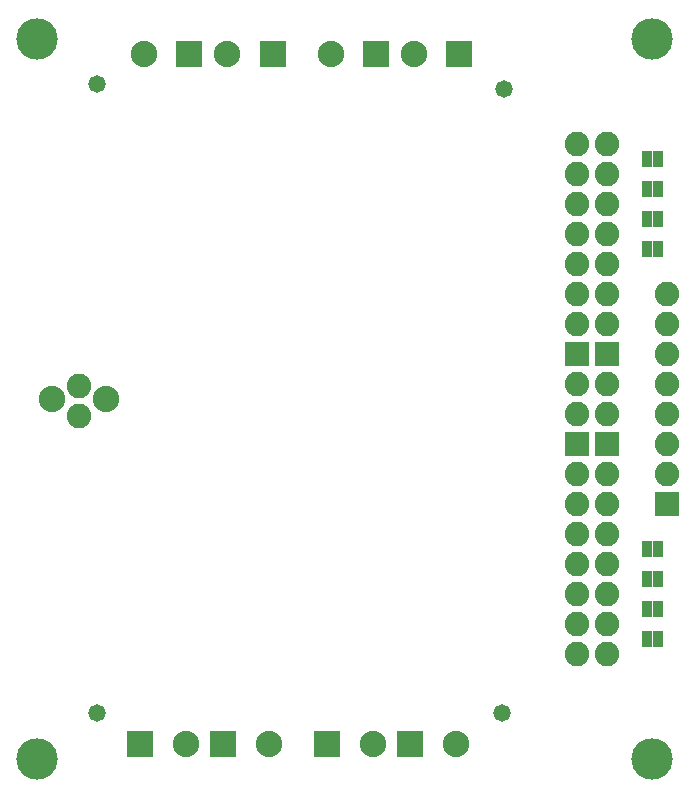
<source format=gbr>
G04 EAGLE Gerber RS-274X export*
G75*
%MOMM*%
%FSLAX34Y34*%
%LPD*%
%INSoldermask Bottom*%
%IPPOS*%
%AMOC8*
5,1,8,0,0,1.08239X$1,22.5*%
G01*
%ADD10R,2.235200X2.235200*%
%ADD11C,2.235200*%
%ADD12C,3.505200*%
%ADD13R,2.082800X2.082800*%
%ADD14C,2.082800*%
%ADD15C,1.473200*%
%ADD16R,0.838200X1.473200*%


D10*
X224790Y622300D03*
D11*
X186234Y622300D03*
D10*
X154178Y622300D03*
D11*
X115622Y622300D03*
D12*
X25400Y25400D03*
X546100Y25400D03*
X25400Y635000D03*
X546100Y635000D03*
D10*
X112522Y38100D03*
D11*
X151078Y38100D03*
D10*
X182880Y38100D03*
D11*
X221436Y38100D03*
D10*
X270764Y38100D03*
D11*
X309320Y38100D03*
D10*
X341122Y38100D03*
D11*
X379678Y38100D03*
D10*
X382778Y622300D03*
D11*
X344222Y622300D03*
D10*
X312420Y622300D03*
D11*
X273864Y622300D03*
D13*
X482600Y368300D03*
D14*
X482600Y393700D03*
X482600Y419100D03*
X482600Y444500D03*
X482600Y469900D03*
X482600Y495300D03*
X482600Y520700D03*
X482600Y546100D03*
D13*
X482600Y292100D03*
D14*
X482600Y266700D03*
X482600Y241300D03*
X482600Y215900D03*
X482600Y190500D03*
X482600Y165100D03*
X482600Y139700D03*
X482600Y114300D03*
D13*
X508000Y292100D03*
D14*
X508000Y266700D03*
X508000Y241300D03*
X508000Y215900D03*
X508000Y190500D03*
X508000Y165100D03*
X508000Y139700D03*
X508000Y114300D03*
D13*
X508000Y368300D03*
D14*
X508000Y393700D03*
X508000Y419100D03*
X508000Y444500D03*
X508000Y469900D03*
X508000Y495300D03*
X508000Y520700D03*
X508000Y546100D03*
D11*
X38100Y330200D03*
X83820Y330200D03*
D14*
X508000Y342900D03*
X482600Y342900D03*
X482600Y317500D03*
X508000Y317500D03*
D15*
X76200Y596900D03*
X420370Y593090D03*
X419100Y64770D03*
X76200Y64770D03*
D14*
X60960Y341630D03*
X60960Y316230D03*
D13*
X558800Y241300D03*
D14*
X558800Y266700D03*
X558800Y292100D03*
X558800Y317500D03*
X558800Y342900D03*
X558800Y368300D03*
X558800Y393700D03*
X558800Y419100D03*
D16*
X550600Y508000D03*
X541600Y508000D03*
X550600Y533400D03*
X541600Y533400D03*
X550600Y482600D03*
X541600Y482600D03*
X550600Y457200D03*
X541600Y457200D03*
X550600Y203200D03*
X541600Y203200D03*
X550600Y177800D03*
X541600Y177800D03*
X550600Y152400D03*
X541600Y152400D03*
X550600Y127000D03*
X541600Y127000D03*
M02*

</source>
